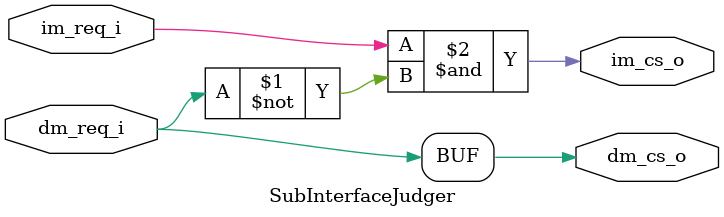
<source format=v>
module SubInterfaceJudger(
	input im_req_i,
	input dm_req_i,
	output im_cs_o,
	output dm_cs_o
);

	assign im_cs_o = im_req_i & ~dm_req_i;
	assign dm_cs_o = dm_req_i;

endmodule

</source>
